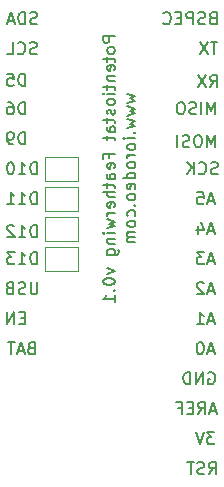
<source format=gbr>
G04 #@! TF.GenerationSoftware,KiCad,Pcbnew,5.0.2-bee76a0~70~ubuntu18.04.1*
G04 #@! TF.CreationDate,2020-02-06T10:53:29-08:00*
G04 #@! TF.ProjectId,potentiostat_featherwing,706f7465-6e74-4696-9f73-7461745f6665,rev?*
G04 #@! TF.SameCoordinates,Original*
G04 #@! TF.FileFunction,Legend,Bot*
G04 #@! TF.FilePolarity,Positive*
%FSLAX46Y46*%
G04 Gerber Fmt 4.6, Leading zero omitted, Abs format (unit mm)*
G04 Created by KiCad (PCBNEW 5.0.2-bee76a0~70~ubuntu18.04.1) date Thu 06 Feb 2020 10:53:29 AM PST*
%MOMM*%
%LPD*%
G01*
G04 APERTURE LIST*
%ADD10C,0.203200*%
%ADD11C,0.120000*%
G04 APERTURE END LIST*
D10*
X51031019Y-33201428D02*
X50015019Y-33201428D01*
X50015019Y-33588476D01*
X50063400Y-33685238D01*
X50111780Y-33733619D01*
X50208542Y-33782000D01*
X50353685Y-33782000D01*
X50450447Y-33733619D01*
X50498828Y-33685238D01*
X50547209Y-33588476D01*
X50547209Y-33201428D01*
X51031019Y-34362571D02*
X50982638Y-34265809D01*
X50934257Y-34217428D01*
X50837495Y-34169047D01*
X50547209Y-34169047D01*
X50450447Y-34217428D01*
X50402066Y-34265809D01*
X50353685Y-34362571D01*
X50353685Y-34507714D01*
X50402066Y-34604476D01*
X50450447Y-34652857D01*
X50547209Y-34701238D01*
X50837495Y-34701238D01*
X50934257Y-34652857D01*
X50982638Y-34604476D01*
X51031019Y-34507714D01*
X51031019Y-34362571D01*
X50353685Y-34991523D02*
X50353685Y-35378571D01*
X50015019Y-35136666D02*
X50885876Y-35136666D01*
X50982638Y-35185047D01*
X51031019Y-35281809D01*
X51031019Y-35378571D01*
X50982638Y-36104285D02*
X51031019Y-36007523D01*
X51031019Y-35814000D01*
X50982638Y-35717238D01*
X50885876Y-35668857D01*
X50498828Y-35668857D01*
X50402066Y-35717238D01*
X50353685Y-35814000D01*
X50353685Y-36007523D01*
X50402066Y-36104285D01*
X50498828Y-36152666D01*
X50595590Y-36152666D01*
X50692352Y-35668857D01*
X50353685Y-36588095D02*
X51031019Y-36588095D01*
X50450447Y-36588095D02*
X50402066Y-36636476D01*
X50353685Y-36733238D01*
X50353685Y-36878380D01*
X50402066Y-36975142D01*
X50498828Y-37023523D01*
X51031019Y-37023523D01*
X50353685Y-37362190D02*
X50353685Y-37749238D01*
X50015019Y-37507333D02*
X50885876Y-37507333D01*
X50982638Y-37555714D01*
X51031019Y-37652476D01*
X51031019Y-37749238D01*
X51031019Y-38087904D02*
X50353685Y-38087904D01*
X50015019Y-38087904D02*
X50063400Y-38039523D01*
X50111780Y-38087904D01*
X50063400Y-38136285D01*
X50015019Y-38087904D01*
X50111780Y-38087904D01*
X51031019Y-38716857D02*
X50982638Y-38620095D01*
X50934257Y-38571714D01*
X50837495Y-38523333D01*
X50547209Y-38523333D01*
X50450447Y-38571714D01*
X50402066Y-38620095D01*
X50353685Y-38716857D01*
X50353685Y-38862000D01*
X50402066Y-38958761D01*
X50450447Y-39007142D01*
X50547209Y-39055523D01*
X50837495Y-39055523D01*
X50934257Y-39007142D01*
X50982638Y-38958761D01*
X51031019Y-38862000D01*
X51031019Y-38716857D01*
X50982638Y-39442571D02*
X51031019Y-39539333D01*
X51031019Y-39732857D01*
X50982638Y-39829619D01*
X50885876Y-39877999D01*
X50837495Y-39877999D01*
X50740733Y-39829619D01*
X50692352Y-39732857D01*
X50692352Y-39587714D01*
X50643971Y-39490952D01*
X50547209Y-39442571D01*
X50498828Y-39442571D01*
X50402066Y-39490952D01*
X50353685Y-39587714D01*
X50353685Y-39732857D01*
X50402066Y-39829619D01*
X50353685Y-40168285D02*
X50353685Y-40555333D01*
X50015019Y-40313428D02*
X50885876Y-40313428D01*
X50982638Y-40361809D01*
X51031019Y-40458571D01*
X51031019Y-40555333D01*
X51031019Y-41329428D02*
X50498828Y-41329428D01*
X50402066Y-41281047D01*
X50353685Y-41184285D01*
X50353685Y-40990761D01*
X50402066Y-40893999D01*
X50982638Y-41329428D02*
X51031019Y-41232666D01*
X51031019Y-40990761D01*
X50982638Y-40893999D01*
X50885876Y-40845619D01*
X50789114Y-40845619D01*
X50692352Y-40893999D01*
X50643971Y-40990761D01*
X50643971Y-41232666D01*
X50595590Y-41329428D01*
X50353685Y-41668095D02*
X50353685Y-42055142D01*
X50015019Y-41813238D02*
X50885876Y-41813238D01*
X50982638Y-41861619D01*
X51031019Y-41958380D01*
X51031019Y-42055142D01*
X50498828Y-43506571D02*
X50498828Y-43167904D01*
X51031019Y-43167904D02*
X50015019Y-43167904D01*
X50015019Y-43651714D01*
X50982638Y-44425809D02*
X51031019Y-44329047D01*
X51031019Y-44135523D01*
X50982638Y-44038761D01*
X50885876Y-43990380D01*
X50498828Y-43990380D01*
X50402066Y-44038761D01*
X50353685Y-44135523D01*
X50353685Y-44329047D01*
X50402066Y-44425809D01*
X50498828Y-44474190D01*
X50595590Y-44474190D01*
X50692352Y-43990380D01*
X51031019Y-45345047D02*
X50498828Y-45345047D01*
X50402066Y-45296666D01*
X50353685Y-45199904D01*
X50353685Y-45006380D01*
X50402066Y-44909619D01*
X50982638Y-45345047D02*
X51031019Y-45248285D01*
X51031019Y-45006380D01*
X50982638Y-44909619D01*
X50885876Y-44861238D01*
X50789114Y-44861238D01*
X50692352Y-44909619D01*
X50643971Y-45006380D01*
X50643971Y-45248285D01*
X50595590Y-45345047D01*
X50353685Y-45683714D02*
X50353685Y-46070761D01*
X50015019Y-45828857D02*
X50885876Y-45828857D01*
X50982638Y-45877238D01*
X51031019Y-45974000D01*
X51031019Y-46070761D01*
X51031019Y-46409428D02*
X50015019Y-46409428D01*
X51031019Y-46844857D02*
X50498828Y-46844857D01*
X50402066Y-46796476D01*
X50353685Y-46699714D01*
X50353685Y-46554571D01*
X50402066Y-46457809D01*
X50450447Y-46409428D01*
X50982638Y-47715714D02*
X51031019Y-47618952D01*
X51031019Y-47425428D01*
X50982638Y-47328666D01*
X50885876Y-47280285D01*
X50498828Y-47280285D01*
X50402066Y-47328666D01*
X50353685Y-47425428D01*
X50353685Y-47618952D01*
X50402066Y-47715714D01*
X50498828Y-47764095D01*
X50595590Y-47764095D01*
X50692352Y-47280285D01*
X51031019Y-48199523D02*
X50353685Y-48199523D01*
X50547209Y-48199523D02*
X50450447Y-48247904D01*
X50402066Y-48296285D01*
X50353685Y-48393047D01*
X50353685Y-48489809D01*
X50353685Y-48731714D02*
X51031019Y-48925238D01*
X50547209Y-49118761D01*
X51031019Y-49312285D01*
X50353685Y-49505809D01*
X51031019Y-49892857D02*
X50353685Y-49892857D01*
X50015019Y-49892857D02*
X50063400Y-49844476D01*
X50111780Y-49892857D01*
X50063400Y-49941238D01*
X50015019Y-49892857D01*
X50111780Y-49892857D01*
X50353685Y-50376666D02*
X51031019Y-50376666D01*
X50450447Y-50376666D02*
X50402066Y-50425047D01*
X50353685Y-50521809D01*
X50353685Y-50666952D01*
X50402066Y-50763714D01*
X50498828Y-50812095D01*
X51031019Y-50812095D01*
X50353685Y-51731333D02*
X51176161Y-51731333D01*
X51272923Y-51682952D01*
X51321304Y-51634571D01*
X51369685Y-51537809D01*
X51369685Y-51392666D01*
X51321304Y-51295904D01*
X50982638Y-51731333D02*
X51031019Y-51634571D01*
X51031019Y-51441047D01*
X50982638Y-51344285D01*
X50934257Y-51295904D01*
X50837495Y-51247523D01*
X50547209Y-51247523D01*
X50450447Y-51295904D01*
X50402066Y-51344285D01*
X50353685Y-51441047D01*
X50353685Y-51634571D01*
X50402066Y-51731333D01*
X50353685Y-52892476D02*
X51031019Y-53134380D01*
X50353685Y-53376285D01*
X50015019Y-53956857D02*
X50015019Y-54053619D01*
X50063400Y-54150380D01*
X50111780Y-54198761D01*
X50208542Y-54247142D01*
X50402066Y-54295523D01*
X50643971Y-54295523D01*
X50837495Y-54247142D01*
X50934257Y-54198761D01*
X50982638Y-54150380D01*
X51031019Y-54053619D01*
X51031019Y-53956857D01*
X50982638Y-53860095D01*
X50934257Y-53811714D01*
X50837495Y-53763333D01*
X50643971Y-53714952D01*
X50402066Y-53714952D01*
X50208542Y-53763333D01*
X50111780Y-53811714D01*
X50063400Y-53860095D01*
X50015019Y-53956857D01*
X50934257Y-54730952D02*
X50982638Y-54779333D01*
X51031019Y-54730952D01*
X50982638Y-54682571D01*
X50934257Y-54730952D01*
X51031019Y-54730952D01*
X51031019Y-55746952D02*
X51031019Y-55166380D01*
X51031019Y-55456666D02*
X50015019Y-55456666D01*
X50160161Y-55359904D01*
X50256923Y-55263142D01*
X50305304Y-55166380D01*
X52080885Y-38112095D02*
X52758219Y-38305619D01*
X52274409Y-38499142D01*
X52758219Y-38692666D01*
X52080885Y-38886190D01*
X52080885Y-39176476D02*
X52758219Y-39370000D01*
X52274409Y-39563523D01*
X52758219Y-39757047D01*
X52080885Y-39950571D01*
X52080885Y-40240857D02*
X52758219Y-40434380D01*
X52274409Y-40627904D01*
X52758219Y-40821428D01*
X52080885Y-41014952D01*
X52661457Y-41401999D02*
X52709838Y-41450380D01*
X52758219Y-41401999D01*
X52709838Y-41353619D01*
X52661457Y-41401999D01*
X52758219Y-41401999D01*
X52758219Y-41885809D02*
X52080885Y-41885809D01*
X51742219Y-41885809D02*
X51790600Y-41837428D01*
X51838980Y-41885809D01*
X51790600Y-41934190D01*
X51742219Y-41885809D01*
X51838980Y-41885809D01*
X52758219Y-42514761D02*
X52709838Y-42418000D01*
X52661457Y-42369619D01*
X52564695Y-42321238D01*
X52274409Y-42321238D01*
X52177647Y-42369619D01*
X52129266Y-42418000D01*
X52080885Y-42514761D01*
X52080885Y-42659904D01*
X52129266Y-42756666D01*
X52177647Y-42805047D01*
X52274409Y-42853428D01*
X52564695Y-42853428D01*
X52661457Y-42805047D01*
X52709838Y-42756666D01*
X52758219Y-42659904D01*
X52758219Y-42514761D01*
X52758219Y-43288857D02*
X52080885Y-43288857D01*
X52274409Y-43288857D02*
X52177647Y-43337238D01*
X52129266Y-43385619D01*
X52080885Y-43482380D01*
X52080885Y-43579142D01*
X52758219Y-44062952D02*
X52709838Y-43966190D01*
X52661457Y-43917809D01*
X52564695Y-43869428D01*
X52274409Y-43869428D01*
X52177647Y-43917809D01*
X52129266Y-43966190D01*
X52080885Y-44062952D01*
X52080885Y-44208095D01*
X52129266Y-44304857D01*
X52177647Y-44353238D01*
X52274409Y-44401619D01*
X52564695Y-44401619D01*
X52661457Y-44353238D01*
X52709838Y-44304857D01*
X52758219Y-44208095D01*
X52758219Y-44062952D01*
X52758219Y-45272476D02*
X51742219Y-45272476D01*
X52709838Y-45272476D02*
X52758219Y-45175714D01*
X52758219Y-44982190D01*
X52709838Y-44885428D01*
X52661457Y-44837047D01*
X52564695Y-44788666D01*
X52274409Y-44788666D01*
X52177647Y-44837047D01*
X52129266Y-44885428D01*
X52080885Y-44982190D01*
X52080885Y-45175714D01*
X52129266Y-45272476D01*
X52709838Y-46143333D02*
X52758219Y-46046571D01*
X52758219Y-45853047D01*
X52709838Y-45756285D01*
X52613076Y-45707904D01*
X52226028Y-45707904D01*
X52129266Y-45756285D01*
X52080885Y-45853047D01*
X52080885Y-46046571D01*
X52129266Y-46143333D01*
X52226028Y-46191714D01*
X52322790Y-46191714D01*
X52419552Y-45707904D01*
X52758219Y-46772285D02*
X52709838Y-46675523D01*
X52661457Y-46627142D01*
X52564695Y-46578761D01*
X52274409Y-46578761D01*
X52177647Y-46627142D01*
X52129266Y-46675523D01*
X52080885Y-46772285D01*
X52080885Y-46917428D01*
X52129266Y-47014190D01*
X52177647Y-47062571D01*
X52274409Y-47110952D01*
X52564695Y-47110952D01*
X52661457Y-47062571D01*
X52709838Y-47014190D01*
X52758219Y-46917428D01*
X52758219Y-46772285D01*
X52661457Y-47546380D02*
X52709838Y-47594761D01*
X52758219Y-47546380D01*
X52709838Y-47497999D01*
X52661457Y-47546380D01*
X52758219Y-47546380D01*
X52709838Y-48465619D02*
X52758219Y-48368857D01*
X52758219Y-48175333D01*
X52709838Y-48078571D01*
X52661457Y-48030190D01*
X52564695Y-47981809D01*
X52274409Y-47981809D01*
X52177647Y-48030190D01*
X52129266Y-48078571D01*
X52080885Y-48175333D01*
X52080885Y-48368857D01*
X52129266Y-48465619D01*
X52758219Y-49046190D02*
X52709838Y-48949428D01*
X52661457Y-48901047D01*
X52564695Y-48852666D01*
X52274409Y-48852666D01*
X52177647Y-48901047D01*
X52129266Y-48949428D01*
X52080885Y-49046190D01*
X52080885Y-49191333D01*
X52129266Y-49288095D01*
X52177647Y-49336476D01*
X52274409Y-49384857D01*
X52564695Y-49384857D01*
X52661457Y-49336476D01*
X52709838Y-49288095D01*
X52758219Y-49191333D01*
X52758219Y-49046190D01*
X52758219Y-49820285D02*
X52080885Y-49820285D01*
X52177647Y-49820285D02*
X52129266Y-49868666D01*
X52080885Y-49965428D01*
X52080885Y-50110571D01*
X52129266Y-50207333D01*
X52226028Y-50255714D01*
X52758219Y-50255714D01*
X52226028Y-50255714D02*
X52129266Y-50304095D01*
X52080885Y-50400857D01*
X52080885Y-50545999D01*
X52129266Y-50642761D01*
X52226028Y-50691142D01*
X52758219Y-50691142D01*
D11*
G04 #@! TO.C,JP1*
X47882000Y-53070000D02*
X47882000Y-51070000D01*
X45082000Y-53070000D02*
X47882000Y-53070000D01*
X45082000Y-51070000D02*
X45082000Y-53070000D01*
X47882000Y-51070000D02*
X45082000Y-51070000D01*
G04 #@! TO.C,JP2*
X47882000Y-48530000D02*
X45082000Y-48530000D01*
X45082000Y-48530000D02*
X45082000Y-50530000D01*
X45082000Y-50530000D02*
X47882000Y-50530000D01*
X47882000Y-50530000D02*
X47882000Y-48530000D01*
G04 #@! TO.C,JP3*
X47882000Y-47990000D02*
X47882000Y-45990000D01*
X45082000Y-47990000D02*
X47882000Y-47990000D01*
X45082000Y-45990000D02*
X45082000Y-47990000D01*
X47882000Y-45990000D02*
X45082000Y-45990000D01*
G04 #@! TO.C,JP4*
X47882000Y-45450000D02*
X47882000Y-43450000D01*
X45082000Y-45450000D02*
X47882000Y-45450000D01*
X45082000Y-43450000D02*
X45082000Y-45450000D01*
X47882000Y-43450000D02*
X45082000Y-43450000D01*
G04 #@! TO.C,U1*
D10*
X58976380Y-70309619D02*
X59315047Y-69825809D01*
X59556952Y-70309619D02*
X59556952Y-69293619D01*
X59169904Y-69293619D01*
X59073142Y-69342000D01*
X59024761Y-69390380D01*
X58976380Y-69487142D01*
X58976380Y-69632285D01*
X59024761Y-69729047D01*
X59073142Y-69777428D01*
X59169904Y-69825809D01*
X59556952Y-69825809D01*
X58589333Y-70261238D02*
X58444190Y-70309619D01*
X58202285Y-70309619D01*
X58105523Y-70261238D01*
X58057142Y-70212857D01*
X58008761Y-70116095D01*
X58008761Y-70019333D01*
X58057142Y-69922571D01*
X58105523Y-69874190D01*
X58202285Y-69825809D01*
X58395809Y-69777428D01*
X58492571Y-69729047D01*
X58540952Y-69680666D01*
X58589333Y-69583904D01*
X58589333Y-69487142D01*
X58540952Y-69390380D01*
X58492571Y-69342000D01*
X58395809Y-69293619D01*
X58153904Y-69293619D01*
X58008761Y-69342000D01*
X57718476Y-69293619D02*
X57137904Y-69293619D01*
X57428190Y-70309619D02*
X57428190Y-69293619D01*
X59448095Y-66753619D02*
X58819142Y-66753619D01*
X59157809Y-67140666D01*
X59012666Y-67140666D01*
X58915904Y-67189047D01*
X58867523Y-67237428D01*
X58819142Y-67334190D01*
X58819142Y-67576095D01*
X58867523Y-67672857D01*
X58915904Y-67721238D01*
X59012666Y-67769619D01*
X59302952Y-67769619D01*
X59399714Y-67721238D01*
X59448095Y-67672857D01*
X58528857Y-66753619D02*
X58190190Y-67769619D01*
X57851523Y-66753619D01*
X59556952Y-64939333D02*
X59073142Y-64939333D01*
X59653714Y-65229619D02*
X59315047Y-64213619D01*
X58976380Y-65229619D01*
X58057142Y-65229619D02*
X58395809Y-64745809D01*
X58637714Y-65229619D02*
X58637714Y-64213619D01*
X58250666Y-64213619D01*
X58153904Y-64262000D01*
X58105523Y-64310380D01*
X58057142Y-64407142D01*
X58057142Y-64552285D01*
X58105523Y-64649047D01*
X58153904Y-64697428D01*
X58250666Y-64745809D01*
X58637714Y-64745809D01*
X57621714Y-64697428D02*
X57283047Y-64697428D01*
X57137904Y-65229619D02*
X57621714Y-65229619D01*
X57621714Y-64213619D01*
X57137904Y-64213619D01*
X56363809Y-64697428D02*
X56702476Y-64697428D01*
X56702476Y-65229619D02*
X56702476Y-64213619D01*
X56218666Y-64213619D01*
X58940095Y-61722000D02*
X59036857Y-61673619D01*
X59182000Y-61673619D01*
X59327142Y-61722000D01*
X59423904Y-61818761D01*
X59472285Y-61915523D01*
X59520666Y-62109047D01*
X59520666Y-62254190D01*
X59472285Y-62447714D01*
X59423904Y-62544476D01*
X59327142Y-62641238D01*
X59182000Y-62689619D01*
X59085238Y-62689619D01*
X58940095Y-62641238D01*
X58891714Y-62592857D01*
X58891714Y-62254190D01*
X59085238Y-62254190D01*
X58456285Y-62689619D02*
X58456285Y-61673619D01*
X57875714Y-62689619D01*
X57875714Y-61673619D01*
X57391904Y-62689619D02*
X57391904Y-61673619D01*
X57150000Y-61673619D01*
X57004857Y-61722000D01*
X56908095Y-61818761D01*
X56859714Y-61915523D01*
X56811333Y-62109047D01*
X56811333Y-62254190D01*
X56859714Y-62447714D01*
X56908095Y-62544476D01*
X57004857Y-62641238D01*
X57150000Y-62689619D01*
X57391904Y-62689619D01*
X59399714Y-59859333D02*
X58915904Y-59859333D01*
X59496476Y-60149619D02*
X59157809Y-59133619D01*
X58819142Y-60149619D01*
X58286952Y-59133619D02*
X58190190Y-59133619D01*
X58093428Y-59182000D01*
X58045047Y-59230380D01*
X57996666Y-59327142D01*
X57948285Y-59520666D01*
X57948285Y-59762571D01*
X57996666Y-59956095D01*
X58045047Y-60052857D01*
X58093428Y-60101238D01*
X58190190Y-60149619D01*
X58286952Y-60149619D01*
X58383714Y-60101238D01*
X58432095Y-60052857D01*
X58480476Y-59956095D01*
X58528857Y-59762571D01*
X58528857Y-59520666D01*
X58480476Y-59327142D01*
X58432095Y-59230380D01*
X58383714Y-59182000D01*
X58286952Y-59133619D01*
X59399714Y-57319333D02*
X58915904Y-57319333D01*
X59496476Y-57609619D02*
X59157809Y-56593619D01*
X58819142Y-57609619D01*
X57948285Y-57609619D02*
X58528857Y-57609619D01*
X58238571Y-57609619D02*
X58238571Y-56593619D01*
X58335333Y-56738761D01*
X58432095Y-56835523D01*
X58528857Y-56883904D01*
X59399714Y-54779333D02*
X58915904Y-54779333D01*
X59496476Y-55069619D02*
X59157809Y-54053619D01*
X58819142Y-55069619D01*
X58528857Y-54150380D02*
X58480476Y-54102000D01*
X58383714Y-54053619D01*
X58141809Y-54053619D01*
X58045047Y-54102000D01*
X57996666Y-54150380D01*
X57948285Y-54247142D01*
X57948285Y-54343904D01*
X57996666Y-54489047D01*
X58577238Y-55069619D01*
X57948285Y-55069619D01*
X59399714Y-52239333D02*
X58915904Y-52239333D01*
X59496476Y-52529619D02*
X59157809Y-51513619D01*
X58819142Y-52529619D01*
X58577238Y-51513619D02*
X57948285Y-51513619D01*
X58286952Y-51900666D01*
X58141809Y-51900666D01*
X58045047Y-51949047D01*
X57996666Y-51997428D01*
X57948285Y-52094190D01*
X57948285Y-52336095D01*
X57996666Y-52432857D01*
X58045047Y-52481238D01*
X58141809Y-52529619D01*
X58432095Y-52529619D01*
X58528857Y-52481238D01*
X58577238Y-52432857D01*
X59399714Y-49699333D02*
X58915904Y-49699333D01*
X59496476Y-49989619D02*
X59157809Y-48973619D01*
X58819142Y-49989619D01*
X58045047Y-49312285D02*
X58045047Y-49989619D01*
X58286952Y-48925238D02*
X58528857Y-49650952D01*
X57899904Y-49650952D01*
X59399714Y-47159333D02*
X58915904Y-47159333D01*
X59496476Y-47449619D02*
X59157809Y-46433619D01*
X58819142Y-47449619D01*
X57996666Y-46433619D02*
X58480476Y-46433619D01*
X58528857Y-46917428D01*
X58480476Y-46869047D01*
X58383714Y-46820666D01*
X58141809Y-46820666D01*
X58045047Y-46869047D01*
X57996666Y-46917428D01*
X57948285Y-47014190D01*
X57948285Y-47256095D01*
X57996666Y-47352857D01*
X58045047Y-47401238D01*
X58141809Y-47449619D01*
X58383714Y-47449619D01*
X58480476Y-47401238D01*
X58528857Y-47352857D01*
X59726285Y-44861238D02*
X59581142Y-44909619D01*
X59339238Y-44909619D01*
X59242476Y-44861238D01*
X59194095Y-44812857D01*
X59145714Y-44716095D01*
X59145714Y-44619333D01*
X59194095Y-44522571D01*
X59242476Y-44474190D01*
X59339238Y-44425809D01*
X59532761Y-44377428D01*
X59629523Y-44329047D01*
X59677904Y-44280666D01*
X59726285Y-44183904D01*
X59726285Y-44087142D01*
X59677904Y-43990380D01*
X59629523Y-43942000D01*
X59532761Y-43893619D01*
X59290857Y-43893619D01*
X59145714Y-43942000D01*
X58129714Y-44812857D02*
X58178095Y-44861238D01*
X58323238Y-44909619D01*
X58420000Y-44909619D01*
X58565142Y-44861238D01*
X58661904Y-44764476D01*
X58710285Y-44667714D01*
X58758666Y-44474190D01*
X58758666Y-44329047D01*
X58710285Y-44135523D01*
X58661904Y-44038761D01*
X58565142Y-43942000D01*
X58420000Y-43893619D01*
X58323238Y-43893619D01*
X58178095Y-43942000D01*
X58129714Y-43990380D01*
X57694285Y-44909619D02*
X57694285Y-43893619D01*
X57113714Y-44909619D02*
X57549142Y-44329047D01*
X57113714Y-43893619D02*
X57694285Y-44474190D01*
X59508571Y-42623619D02*
X59508571Y-41607619D01*
X59169904Y-42333333D01*
X58831238Y-41607619D01*
X58831238Y-42623619D01*
X58153904Y-41607619D02*
X57960380Y-41607619D01*
X57863619Y-41656000D01*
X57766857Y-41752761D01*
X57718476Y-41946285D01*
X57718476Y-42284952D01*
X57766857Y-42478476D01*
X57863619Y-42575238D01*
X57960380Y-42623619D01*
X58153904Y-42623619D01*
X58250666Y-42575238D01*
X58347428Y-42478476D01*
X58395809Y-42284952D01*
X58395809Y-41946285D01*
X58347428Y-41752761D01*
X58250666Y-41656000D01*
X58153904Y-41607619D01*
X57331428Y-42575238D02*
X57186285Y-42623619D01*
X56944380Y-42623619D01*
X56847619Y-42575238D01*
X56799238Y-42526857D01*
X56750857Y-42430095D01*
X56750857Y-42333333D01*
X56799238Y-42236571D01*
X56847619Y-42188190D01*
X56944380Y-42139809D01*
X57137904Y-42091428D01*
X57234666Y-42043047D01*
X57283047Y-41994666D01*
X57331428Y-41897904D01*
X57331428Y-41801142D01*
X57283047Y-41704380D01*
X57234666Y-41656000D01*
X57137904Y-41607619D01*
X56895999Y-41607619D01*
X56750857Y-41656000D01*
X56315428Y-42623619D02*
X56315428Y-41607619D01*
X59508571Y-39829619D02*
X59508571Y-38813619D01*
X59169904Y-39539333D01*
X58831238Y-38813619D01*
X58831238Y-39829619D01*
X58347428Y-39829619D02*
X58347428Y-38813619D01*
X57911999Y-39781238D02*
X57766857Y-39829619D01*
X57524952Y-39829619D01*
X57428190Y-39781238D01*
X57379809Y-39732857D01*
X57331428Y-39636095D01*
X57331428Y-39539333D01*
X57379809Y-39442571D01*
X57428190Y-39394190D01*
X57524952Y-39345809D01*
X57718476Y-39297428D01*
X57815238Y-39249047D01*
X57863619Y-39200666D01*
X57911999Y-39103904D01*
X57911999Y-39007142D01*
X57863619Y-38910380D01*
X57815238Y-38862000D01*
X57718476Y-38813619D01*
X57476571Y-38813619D01*
X57331428Y-38862000D01*
X56702476Y-38813619D02*
X56508952Y-38813619D01*
X56412190Y-38862000D01*
X56315428Y-38958761D01*
X56267047Y-39152285D01*
X56267047Y-39490952D01*
X56315428Y-39684476D01*
X56412190Y-39781238D01*
X56508952Y-39829619D01*
X56702476Y-39829619D01*
X56799238Y-39781238D01*
X56895999Y-39684476D01*
X56944380Y-39490952D01*
X56944380Y-39152285D01*
X56895999Y-38958761D01*
X56799238Y-38862000D01*
X56702476Y-38813619D01*
X59097333Y-37543619D02*
X59436000Y-37059809D01*
X59677904Y-37543619D02*
X59677904Y-36527619D01*
X59290857Y-36527619D01*
X59194095Y-36576000D01*
X59145714Y-36624380D01*
X59097333Y-36721142D01*
X59097333Y-36866285D01*
X59145714Y-36963047D01*
X59194095Y-37011428D01*
X59290857Y-37059809D01*
X59677904Y-37059809D01*
X58758666Y-36527619D02*
X58081333Y-37543619D01*
X58081333Y-36527619D02*
X58758666Y-37543619D01*
X59702095Y-33733619D02*
X59121523Y-33733619D01*
X59411809Y-34749619D02*
X59411809Y-33733619D01*
X58879619Y-33733619D02*
X58202285Y-34749619D01*
X58202285Y-33733619D02*
X58879619Y-34749619D01*
X59290857Y-31677428D02*
X59145714Y-31725809D01*
X59097333Y-31774190D01*
X59048952Y-31870952D01*
X59048952Y-32016095D01*
X59097333Y-32112857D01*
X59145714Y-32161238D01*
X59242476Y-32209619D01*
X59629523Y-32209619D01*
X59629523Y-31193619D01*
X59290857Y-31193619D01*
X59194095Y-31242000D01*
X59145714Y-31290380D01*
X59097333Y-31387142D01*
X59097333Y-31483904D01*
X59145714Y-31580666D01*
X59194095Y-31629047D01*
X59290857Y-31677428D01*
X59629523Y-31677428D01*
X58661904Y-32161238D02*
X58516761Y-32209619D01*
X58274857Y-32209619D01*
X58178095Y-32161238D01*
X58129714Y-32112857D01*
X58081333Y-32016095D01*
X58081333Y-31919333D01*
X58129714Y-31822571D01*
X58178095Y-31774190D01*
X58274857Y-31725809D01*
X58468380Y-31677428D01*
X58565142Y-31629047D01*
X58613523Y-31580666D01*
X58661904Y-31483904D01*
X58661904Y-31387142D01*
X58613523Y-31290380D01*
X58565142Y-31242000D01*
X58468380Y-31193619D01*
X58226476Y-31193619D01*
X58081333Y-31242000D01*
X57645904Y-32209619D02*
X57645904Y-31193619D01*
X57258857Y-31193619D01*
X57162095Y-31242000D01*
X57113714Y-31290380D01*
X57065333Y-31387142D01*
X57065333Y-31532285D01*
X57113714Y-31629047D01*
X57162095Y-31677428D01*
X57258857Y-31725809D01*
X57645904Y-31725809D01*
X56629904Y-31677428D02*
X56291238Y-31677428D01*
X56146095Y-32209619D02*
X56629904Y-32209619D01*
X56629904Y-31193619D01*
X56146095Y-31193619D01*
X55130095Y-32112857D02*
X55178476Y-32161238D01*
X55323619Y-32209619D01*
X55420380Y-32209619D01*
X55565523Y-32161238D01*
X55662285Y-32064476D01*
X55710666Y-31967714D01*
X55759047Y-31774190D01*
X55759047Y-31629047D01*
X55710666Y-31435523D01*
X55662285Y-31338761D01*
X55565523Y-31242000D01*
X55420380Y-31193619D01*
X55323619Y-31193619D01*
X55178476Y-31242000D01*
X55130095Y-31290380D01*
X43929904Y-59617428D02*
X43784761Y-59665809D01*
X43736380Y-59714190D01*
X43688000Y-59810952D01*
X43688000Y-59956095D01*
X43736380Y-60052857D01*
X43784761Y-60101238D01*
X43881523Y-60149619D01*
X44268571Y-60149619D01*
X44268571Y-59133619D01*
X43929904Y-59133619D01*
X43833142Y-59182000D01*
X43784761Y-59230380D01*
X43736380Y-59327142D01*
X43736380Y-59423904D01*
X43784761Y-59520666D01*
X43833142Y-59569047D01*
X43929904Y-59617428D01*
X44268571Y-59617428D01*
X43300952Y-59859333D02*
X42817142Y-59859333D01*
X43397714Y-60149619D02*
X43059047Y-59133619D01*
X42720380Y-60149619D01*
X42526857Y-59133619D02*
X41946285Y-59133619D01*
X42236571Y-60149619D02*
X42236571Y-59133619D01*
X43421904Y-57077428D02*
X43083238Y-57077428D01*
X42938095Y-57609619D02*
X43421904Y-57609619D01*
X43421904Y-56593619D01*
X42938095Y-56593619D01*
X42502666Y-57609619D02*
X42502666Y-56593619D01*
X41922095Y-57609619D01*
X41922095Y-56593619D01*
X44462095Y-54053619D02*
X44462095Y-54876095D01*
X44413714Y-54972857D01*
X44365333Y-55021238D01*
X44268571Y-55069619D01*
X44075047Y-55069619D01*
X43978285Y-55021238D01*
X43929904Y-54972857D01*
X43881523Y-54876095D01*
X43881523Y-54053619D01*
X43446095Y-55021238D02*
X43300952Y-55069619D01*
X43059047Y-55069619D01*
X42962285Y-55021238D01*
X42913904Y-54972857D01*
X42865523Y-54876095D01*
X42865523Y-54779333D01*
X42913904Y-54682571D01*
X42962285Y-54634190D01*
X43059047Y-54585809D01*
X43252571Y-54537428D01*
X43349333Y-54489047D01*
X43397714Y-54440666D01*
X43446095Y-54343904D01*
X43446095Y-54247142D01*
X43397714Y-54150380D01*
X43349333Y-54102000D01*
X43252571Y-54053619D01*
X43010666Y-54053619D01*
X42865523Y-54102000D01*
X42091428Y-54537428D02*
X41946285Y-54585809D01*
X41897904Y-54634190D01*
X41849523Y-54730952D01*
X41849523Y-54876095D01*
X41897904Y-54972857D01*
X41946285Y-55021238D01*
X42043047Y-55069619D01*
X42430095Y-55069619D01*
X42430095Y-54053619D01*
X42091428Y-54053619D01*
X41994666Y-54102000D01*
X41946285Y-54150380D01*
X41897904Y-54247142D01*
X41897904Y-54343904D01*
X41946285Y-54440666D01*
X41994666Y-54489047D01*
X42091428Y-54537428D01*
X42430095Y-54537428D01*
X44413714Y-52529619D02*
X44413714Y-51513619D01*
X44171809Y-51513619D01*
X44026666Y-51562000D01*
X43929904Y-51658761D01*
X43881523Y-51755523D01*
X43833142Y-51949047D01*
X43833142Y-52094190D01*
X43881523Y-52287714D01*
X43929904Y-52384476D01*
X44026666Y-52481238D01*
X44171809Y-52529619D01*
X44413714Y-52529619D01*
X42865523Y-52529619D02*
X43446095Y-52529619D01*
X43155809Y-52529619D02*
X43155809Y-51513619D01*
X43252571Y-51658761D01*
X43349333Y-51755523D01*
X43446095Y-51803904D01*
X42526857Y-51513619D02*
X41897904Y-51513619D01*
X42236571Y-51900666D01*
X42091428Y-51900666D01*
X41994666Y-51949047D01*
X41946285Y-51997428D01*
X41897904Y-52094190D01*
X41897904Y-52336095D01*
X41946285Y-52432857D01*
X41994666Y-52481238D01*
X42091428Y-52529619D01*
X42381714Y-52529619D01*
X42478476Y-52481238D01*
X42526857Y-52432857D01*
X44413714Y-50243619D02*
X44413714Y-49227619D01*
X44171809Y-49227619D01*
X44026666Y-49276000D01*
X43929904Y-49372761D01*
X43881523Y-49469523D01*
X43833142Y-49663047D01*
X43833142Y-49808190D01*
X43881523Y-50001714D01*
X43929904Y-50098476D01*
X44026666Y-50195238D01*
X44171809Y-50243619D01*
X44413714Y-50243619D01*
X42865523Y-50243619D02*
X43446095Y-50243619D01*
X43155809Y-50243619D02*
X43155809Y-49227619D01*
X43252571Y-49372761D01*
X43349333Y-49469523D01*
X43446095Y-49517904D01*
X42478476Y-49324380D02*
X42430095Y-49276000D01*
X42333333Y-49227619D01*
X42091428Y-49227619D01*
X41994666Y-49276000D01*
X41946285Y-49324380D01*
X41897904Y-49421142D01*
X41897904Y-49517904D01*
X41946285Y-49663047D01*
X42526857Y-50243619D01*
X41897904Y-50243619D01*
X44413714Y-47449619D02*
X44413714Y-46433619D01*
X44171809Y-46433619D01*
X44026666Y-46482000D01*
X43929904Y-46578761D01*
X43881523Y-46675523D01*
X43833142Y-46869047D01*
X43833142Y-47014190D01*
X43881523Y-47207714D01*
X43929904Y-47304476D01*
X44026666Y-47401238D01*
X44171809Y-47449619D01*
X44413714Y-47449619D01*
X42865523Y-47449619D02*
X43446095Y-47449619D01*
X43155809Y-47449619D02*
X43155809Y-46433619D01*
X43252571Y-46578761D01*
X43349333Y-46675523D01*
X43446095Y-46723904D01*
X41897904Y-47449619D02*
X42478476Y-47449619D01*
X42188190Y-47449619D02*
X42188190Y-46433619D01*
X42284952Y-46578761D01*
X42381714Y-46675523D01*
X42478476Y-46723904D01*
X44413714Y-44909619D02*
X44413714Y-43893619D01*
X44171809Y-43893619D01*
X44026666Y-43942000D01*
X43929904Y-44038761D01*
X43881523Y-44135523D01*
X43833142Y-44329047D01*
X43833142Y-44474190D01*
X43881523Y-44667714D01*
X43929904Y-44764476D01*
X44026666Y-44861238D01*
X44171809Y-44909619D01*
X44413714Y-44909619D01*
X42865523Y-44909619D02*
X43446095Y-44909619D01*
X43155809Y-44909619D02*
X43155809Y-43893619D01*
X43252571Y-44038761D01*
X43349333Y-44135523D01*
X43446095Y-44183904D01*
X42236571Y-43893619D02*
X42139809Y-43893619D01*
X42043047Y-43942000D01*
X41994666Y-43990380D01*
X41946285Y-44087142D01*
X41897904Y-44280666D01*
X41897904Y-44522571D01*
X41946285Y-44716095D01*
X41994666Y-44812857D01*
X42043047Y-44861238D01*
X42139809Y-44909619D01*
X42236571Y-44909619D01*
X42333333Y-44861238D01*
X42381714Y-44812857D01*
X42430095Y-44716095D01*
X42478476Y-44522571D01*
X42478476Y-44280666D01*
X42430095Y-44087142D01*
X42381714Y-43990380D01*
X42333333Y-43942000D01*
X42236571Y-43893619D01*
X43421904Y-42369619D02*
X43421904Y-41353619D01*
X43180000Y-41353619D01*
X43034857Y-41402000D01*
X42938095Y-41498761D01*
X42889714Y-41595523D01*
X42841333Y-41789047D01*
X42841333Y-41934190D01*
X42889714Y-42127714D01*
X42938095Y-42224476D01*
X43034857Y-42321238D01*
X43180000Y-42369619D01*
X43421904Y-42369619D01*
X42357523Y-42369619D02*
X42164000Y-42369619D01*
X42067238Y-42321238D01*
X42018857Y-42272857D01*
X41922095Y-42127714D01*
X41873714Y-41934190D01*
X41873714Y-41547142D01*
X41922095Y-41450380D01*
X41970476Y-41402000D01*
X42067238Y-41353619D01*
X42260761Y-41353619D01*
X42357523Y-41402000D01*
X42405904Y-41450380D01*
X42454285Y-41547142D01*
X42454285Y-41789047D01*
X42405904Y-41885809D01*
X42357523Y-41934190D01*
X42260761Y-41982571D01*
X42067238Y-41982571D01*
X41970476Y-41934190D01*
X41922095Y-41885809D01*
X41873714Y-41789047D01*
X43421904Y-39829619D02*
X43421904Y-38813619D01*
X43180000Y-38813619D01*
X43034857Y-38862000D01*
X42938095Y-38958761D01*
X42889714Y-39055523D01*
X42841333Y-39249047D01*
X42841333Y-39394190D01*
X42889714Y-39587714D01*
X42938095Y-39684476D01*
X43034857Y-39781238D01*
X43180000Y-39829619D01*
X43421904Y-39829619D01*
X41970476Y-38813619D02*
X42164000Y-38813619D01*
X42260761Y-38862000D01*
X42309142Y-38910380D01*
X42405904Y-39055523D01*
X42454285Y-39249047D01*
X42454285Y-39636095D01*
X42405904Y-39732857D01*
X42357523Y-39781238D01*
X42260761Y-39829619D01*
X42067238Y-39829619D01*
X41970476Y-39781238D01*
X41922095Y-39732857D01*
X41873714Y-39636095D01*
X41873714Y-39394190D01*
X41922095Y-39297428D01*
X41970476Y-39249047D01*
X42067238Y-39200666D01*
X42260761Y-39200666D01*
X42357523Y-39249047D01*
X42405904Y-39297428D01*
X42454285Y-39394190D01*
X43421904Y-37416619D02*
X43421904Y-36400619D01*
X43180000Y-36400619D01*
X43034857Y-36449000D01*
X42938095Y-36545761D01*
X42889714Y-36642523D01*
X42841333Y-36836047D01*
X42841333Y-36981190D01*
X42889714Y-37174714D01*
X42938095Y-37271476D01*
X43034857Y-37368238D01*
X43180000Y-37416619D01*
X43421904Y-37416619D01*
X41922095Y-36400619D02*
X42405904Y-36400619D01*
X42454285Y-36884428D01*
X42405904Y-36836047D01*
X42309142Y-36787666D01*
X42067238Y-36787666D01*
X41970476Y-36836047D01*
X41922095Y-36884428D01*
X41873714Y-36981190D01*
X41873714Y-37223095D01*
X41922095Y-37319857D01*
X41970476Y-37368238D01*
X42067238Y-37416619D01*
X42309142Y-37416619D01*
X42405904Y-37368238D01*
X42454285Y-37319857D01*
X44389523Y-34701238D02*
X44244380Y-34749619D01*
X44002476Y-34749619D01*
X43905714Y-34701238D01*
X43857333Y-34652857D01*
X43808952Y-34556095D01*
X43808952Y-34459333D01*
X43857333Y-34362571D01*
X43905714Y-34314190D01*
X44002476Y-34265809D01*
X44196000Y-34217428D01*
X44292761Y-34169047D01*
X44341142Y-34120666D01*
X44389523Y-34023904D01*
X44389523Y-33927142D01*
X44341142Y-33830380D01*
X44292761Y-33782000D01*
X44196000Y-33733619D01*
X43954095Y-33733619D01*
X43808952Y-33782000D01*
X42792952Y-34652857D02*
X42841333Y-34701238D01*
X42986476Y-34749619D01*
X43083238Y-34749619D01*
X43228380Y-34701238D01*
X43325142Y-34604476D01*
X43373523Y-34507714D01*
X43421904Y-34314190D01*
X43421904Y-34169047D01*
X43373523Y-33975523D01*
X43325142Y-33878761D01*
X43228380Y-33782000D01*
X43083238Y-33733619D01*
X42986476Y-33733619D01*
X42841333Y-33782000D01*
X42792952Y-33830380D01*
X41873714Y-34749619D02*
X42357523Y-34749619D01*
X42357523Y-33733619D01*
X44413714Y-32161238D02*
X44268571Y-32209619D01*
X44026666Y-32209619D01*
X43929904Y-32161238D01*
X43881523Y-32112857D01*
X43833142Y-32016095D01*
X43833142Y-31919333D01*
X43881523Y-31822571D01*
X43929904Y-31774190D01*
X44026666Y-31725809D01*
X44220190Y-31677428D01*
X44316952Y-31629047D01*
X44365333Y-31580666D01*
X44413714Y-31483904D01*
X44413714Y-31387142D01*
X44365333Y-31290380D01*
X44316952Y-31242000D01*
X44220190Y-31193619D01*
X43978285Y-31193619D01*
X43833142Y-31242000D01*
X43397714Y-32209619D02*
X43397714Y-31193619D01*
X43155809Y-31193619D01*
X43010666Y-31242000D01*
X42913904Y-31338761D01*
X42865523Y-31435523D01*
X42817142Y-31629047D01*
X42817142Y-31774190D01*
X42865523Y-31967714D01*
X42913904Y-32064476D01*
X43010666Y-32161238D01*
X43155809Y-32209619D01*
X43397714Y-32209619D01*
X42430095Y-31919333D02*
X41946285Y-31919333D01*
X42526857Y-32209619D02*
X42188190Y-31193619D01*
X41849523Y-32209619D01*
G04 #@! TD*
M02*

</source>
